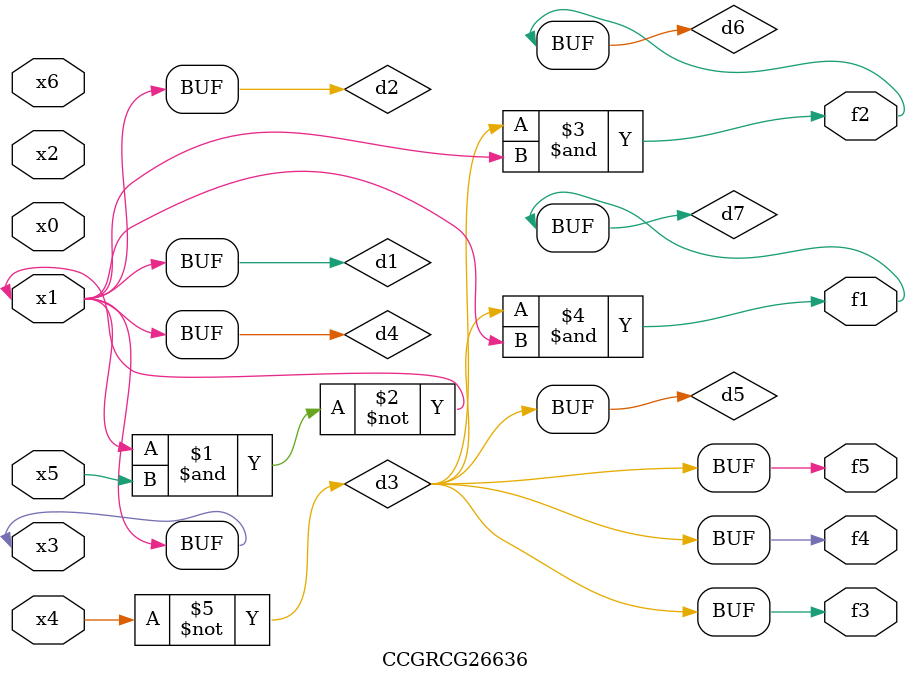
<source format=v>
module CCGRCG26636(
	input x0, x1, x2, x3, x4, x5, x6,
	output f1, f2, f3, f4, f5
);

	wire d1, d2, d3, d4, d5, d6, d7;

	buf (d1, x1, x3);
	nand (d2, x1, x5);
	not (d3, x4);
	buf (d4, d1, d2);
	buf (d5, d3);
	and (d6, d3, d4);
	and (d7, d3, d4);
	assign f1 = d7;
	assign f2 = d6;
	assign f3 = d5;
	assign f4 = d5;
	assign f5 = d5;
endmodule

</source>
